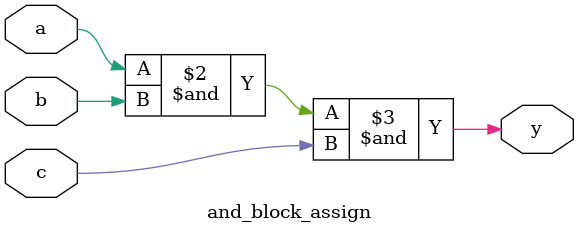
<source format=v>
module and_block_assign
  (
  input wire a, b, c,
  output reg y
  );

  always @*
  begin
     y = a;
     y = y & b;
     y = y & c;
  end

endmodule
</source>
